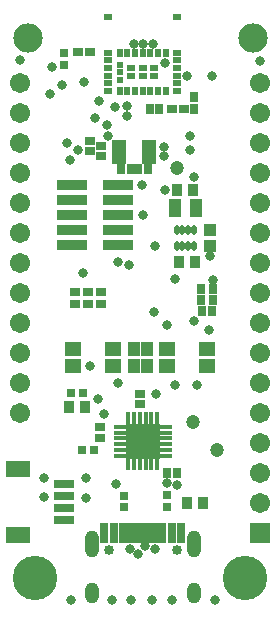
<source format=gbr>
%TF.GenerationSoftware,Altium Limited,Altium Designer,20.0.10 (225)*%
G04 Layer_Color=8388736*
%FSLAX26Y26*%
%MOIN*%
%TF.FileFunction,Soldermask,Top*%
%TF.Part,Single*%
G01*
G75*
%TA.AperFunction,SMDPad,CuDef*%
%ADD10R,0.030000X0.032000*%
%TA.AperFunction,ComponentPad*%
%ADD53O,0.047370X0.070992*%
%ADD54O,0.047370X0.090677*%
%ADD55C,0.033591*%
%ADD56C,0.098000*%
%ADD57C,0.148000*%
%ADD58R,0.067370X0.067370*%
%ADD59C,0.067370*%
%TA.AperFunction,ViaPad*%
%ADD60C,0.031622*%
%TA.AperFunction,SMDPad,CuDef*%
%ADD67R,0.038000X0.040000*%
%ADD68R,0.031622X0.029654*%
%ADD69R,0.031622X0.027685*%
%ADD70C,0.047370*%
%ADD71R,0.037528X0.039496*%
%ADD72R,0.039496X0.047370*%
%ADD73R,0.027685X0.031622*%
%ADD74R,0.033591X0.027685*%
%ADD75R,0.035559X0.027685*%
%ADD76R,0.029654X0.031622*%
%ADD77R,0.041465X0.063118*%
%ADD78R,0.027685X0.033591*%
%TA.AperFunction,ConnectorPad*%
%ADD79R,0.031622X0.065087*%
%ADD80R,0.019811X0.065087*%
%TA.AperFunction,SMDPad,CuDef*%
G04:AMPARAMS|DCode=81|XSize=31.622mil|YSize=17.843mil|CornerRadius=5.968mil|HoleSize=0mil|Usage=FLASHONLY|Rotation=90.000|XOffset=0mil|YOffset=0mil|HoleType=Round|Shape=RoundedRectangle|*
%AMROUNDEDRECTD81*
21,1,0.031622,0.005906,0,0,90.0*
21,1,0.019685,0.017843,0,0,90.0*
1,1,0.011937,0.002953,0.009842*
1,1,0.011937,0.002953,-0.009842*
1,1,0.011937,-0.002953,-0.009842*
1,1,0.011937,-0.002953,0.009842*
%
%ADD81ROUNDEDRECTD81*%
%ADD82R,0.043433X0.039496*%
%ADD83R,0.032000X0.030000*%
%ADD84R,0.018236X0.039890*%
%ADD85R,0.039890X0.018236*%
%ADD86R,0.113512X0.113512*%
%TA.AperFunction,ConnectorPad*%
%ADD87R,0.031622X0.019811*%
%TA.AperFunction,SMDPad,CuDef*%
%ADD88R,0.019811X0.019811*%
%TA.AperFunction,ConnectorPad*%
%ADD89R,0.019811X0.031622*%
%TA.AperFunction,SMDPad,CuDef*%
%ADD90R,0.053276X0.049339*%
%ADD91R,0.047370X0.078866*%
%ADD92R,0.027685X0.035559*%
%ADD93R,0.078866X0.055244*%
%ADD94R,0.069024X0.031622*%
%ADD95R,0.102488X0.037921*%
G36*
X608117Y694334D02*
Y808630D01*
X722413D01*
Y694334D01*
X608117D01*
D02*
G37*
D10*
X778705Y645173D02*
D03*
X745705D02*
D03*
X721224Y1860236D02*
D03*
X688224D02*
D03*
X896418Y1187181D02*
D03*
X863418D02*
D03*
X592662Y1658071D02*
D03*
X625662D02*
D03*
X648855D02*
D03*
X681855D02*
D03*
D53*
X835827Y246063D02*
D03*
X495669D02*
D03*
D54*
X835827Y410630D02*
D03*
X495669D02*
D03*
D55*
X779528Y389764D02*
D03*
X551968D02*
D03*
D56*
X1031756Y2095173D02*
D03*
X281756D02*
D03*
D57*
X306756Y295173D02*
D03*
X1006756D02*
D03*
D58*
X1056756Y445173D02*
D03*
D59*
Y545173D02*
D03*
Y645173D02*
D03*
Y745173D02*
D03*
Y845173D02*
D03*
Y945173D02*
D03*
Y1045173D02*
D03*
Y1145173D02*
D03*
Y1245173D02*
D03*
Y1345173D02*
D03*
Y1445173D02*
D03*
Y1545173D02*
D03*
Y1645173D02*
D03*
Y1745173D02*
D03*
Y1845173D02*
D03*
Y1945173D02*
D03*
X256756Y845173D02*
D03*
Y945173D02*
D03*
Y1045173D02*
D03*
Y1145173D02*
D03*
Y1245173D02*
D03*
Y1345173D02*
D03*
Y1445173D02*
D03*
Y1545173D02*
D03*
Y1645173D02*
D03*
Y1745173D02*
D03*
Y1845173D02*
D03*
Y1945173D02*
D03*
D60*
X649464Y375841D02*
D03*
X468491Y1948509D02*
D03*
X356496Y1908080D02*
D03*
X396851Y1937930D02*
D03*
X635000Y2077000D02*
D03*
X698408Y2077043D02*
D03*
X740705Y2011811D02*
D03*
X549987Y1768987D02*
D03*
X545685Y1807105D02*
D03*
X612953Y1869094D02*
D03*
X612952Y1835266D02*
D03*
X505899Y1828656D02*
D03*
X518701Y1886811D02*
D03*
X412599Y1745465D02*
D03*
X665355Y2076581D02*
D03*
X706504Y391961D02*
D03*
X621751Y393382D02*
D03*
X673000Y404000D02*
D03*
X516217Y891994D02*
D03*
X448819Y1724409D02*
D03*
X574207Y1864925D02*
D03*
X821662Y1724409D02*
D03*
X466541Y1313858D02*
D03*
X906056Y222737D02*
D03*
X427355Y221318D02*
D03*
X763442Y222737D02*
D03*
X697264D02*
D03*
X627058D02*
D03*
X563717D02*
D03*
X709832Y909216D02*
D03*
X488437Y1003940D02*
D03*
X703035Y1181259D02*
D03*
X914367Y722009D02*
D03*
X474877Y563201D02*
D03*
X475180Y627974D02*
D03*
X574803Y610587D02*
D03*
X781308Y605381D02*
D03*
X846890Y939967D02*
D03*
X773619D02*
D03*
X745705Y1140862D02*
D03*
X887893Y1121505D02*
D03*
X619729Y1338214D02*
D03*
X705168Y1404321D02*
D03*
X582677Y945173D02*
D03*
X534839Y844075D02*
D03*
X362598Y2000000D02*
D03*
X684451Y776971D02*
D03*
X637795D02*
D03*
X745811Y613838D02*
D03*
X582677Y1350173D02*
D03*
X665204Y1507429D02*
D03*
X740705Y1591088D02*
D03*
X837902Y1153662D02*
D03*
X899588Y1288846D02*
D03*
X337520Y565886D02*
D03*
Y629823D02*
D03*
X664134Y1606299D02*
D03*
X735792Y1701929D02*
D03*
X772329Y1291585D02*
D03*
X888977Y1369710D02*
D03*
X837902Y1631299D02*
D03*
X735792Y1732760D02*
D03*
X256756Y2021654D02*
D03*
X1056756Y2019685D02*
D03*
X895420Y1970473D02*
D03*
X821662Y1768618D02*
D03*
X422244Y1689961D02*
D03*
X812992Y1970473D02*
D03*
D67*
X419547Y866913D02*
D03*
X474547D02*
D03*
D68*
X427362Y914253D02*
D03*
X466732D02*
D03*
D69*
X464378Y722016D02*
D03*
X503748D02*
D03*
D70*
X834457Y815638D02*
D03*
X914367Y722009D02*
D03*
X778354Y1662596D02*
D03*
D71*
X865953Y545173D02*
D03*
X812804D02*
D03*
X834457Y1591088D02*
D03*
X781308D02*
D03*
X785245Y1350025D02*
D03*
X838394D02*
D03*
D72*
X635075Y1001968D02*
D03*
X678382D02*
D03*
X635075Y1061024D02*
D03*
X678382D02*
D03*
D73*
X401575Y2047244D02*
D03*
Y2007874D02*
D03*
D74*
X488284Y2049212D02*
D03*
X450882D02*
D03*
X802165Y1860236D02*
D03*
X764764D02*
D03*
D75*
X523622Y761386D02*
D03*
Y800756D02*
D03*
X440158Y1210803D02*
D03*
Y1250173D02*
D03*
X484063Y1210803D02*
D03*
Y1250173D02*
D03*
X527968Y1210803D02*
D03*
Y1250173D02*
D03*
D76*
X748028Y533465D02*
D03*
Y572835D02*
D03*
X602126Y531516D02*
D03*
Y570886D02*
D03*
D77*
X842331Y1530559D02*
D03*
X773433D02*
D03*
D78*
X836614Y1898622D02*
D03*
Y1861220D02*
D03*
D79*
X793701Y446654D02*
D03*
X762205D02*
D03*
X569291D02*
D03*
X537795D02*
D03*
D80*
X655905D02*
D03*
X636221D02*
D03*
X616535D02*
D03*
X596850D02*
D03*
X734646D02*
D03*
X714961D02*
D03*
X695276D02*
D03*
X675591D02*
D03*
D81*
X778354Y1455501D02*
D03*
X798040D02*
D03*
X817724D02*
D03*
X837410D02*
D03*
Y1404321D02*
D03*
X817724D02*
D03*
X798040D02*
D03*
X778354D02*
D03*
D82*
X888981Y1455501D02*
D03*
Y1404320D02*
D03*
D83*
X655905Y909216D02*
D03*
Y876216D02*
D03*
X488736Y1753544D02*
D03*
Y1720544D02*
D03*
X527559Y1703775D02*
D03*
Y1736775D02*
D03*
D84*
X615991Y674575D02*
D03*
X635676D02*
D03*
X655361D02*
D03*
X675046D02*
D03*
X694731D02*
D03*
X714416D02*
D03*
Y828512D02*
D03*
X694731D02*
D03*
X675046D02*
D03*
X655361D02*
D03*
X635676D02*
D03*
X615991D02*
D03*
D85*
X742172Y702331D02*
D03*
Y722016D02*
D03*
Y741701D02*
D03*
Y761386D02*
D03*
Y781071D02*
D03*
Y800756D02*
D03*
X588235D02*
D03*
Y781071D02*
D03*
Y761386D02*
D03*
Y741701D02*
D03*
Y722016D02*
D03*
Y702331D02*
D03*
D86*
X665204Y751543D02*
D03*
D87*
X704725Y1970473D02*
D03*
X665355D02*
D03*
X625984D02*
D03*
X704725Y1996063D02*
D03*
X665355D02*
D03*
X625984D02*
D03*
X779528Y1919291D02*
D03*
Y1944882D02*
D03*
Y1970473D02*
D03*
Y1996063D02*
D03*
Y2021654D02*
D03*
X551181Y1919291D02*
D03*
Y1944882D02*
D03*
Y1970473D02*
D03*
Y1996063D02*
D03*
Y2021654D02*
D03*
X779528Y2047244D02*
D03*
Y2165354D02*
D03*
X551181Y2047244D02*
D03*
Y2165354D02*
D03*
D88*
X588583Y2007874D02*
D03*
Y1982284D02*
D03*
Y1956693D02*
D03*
D89*
X742126Y1920276D02*
D03*
X716536D02*
D03*
X690945D02*
D03*
X665355D02*
D03*
X639764D02*
D03*
X614173D02*
D03*
X588583D02*
D03*
X742126Y2047244D02*
D03*
X716536D02*
D03*
X690945D02*
D03*
X665355D02*
D03*
X639764D02*
D03*
X614173D02*
D03*
X588583D02*
D03*
D90*
X879918Y1061024D02*
D03*
Y1003940D02*
D03*
X748031Y1061024D02*
D03*
X748028Y1003937D02*
D03*
X433068D02*
D03*
X433071Y1061024D02*
D03*
X564957Y1003940D02*
D03*
Y1061024D02*
D03*
D91*
X686207Y1715390D02*
D03*
X587782D02*
D03*
D92*
X899603Y1222614D02*
D03*
X860233D02*
D03*
X860233Y1258047D02*
D03*
X899603D02*
D03*
D93*
X251197Y439882D02*
D03*
Y660354D02*
D03*
D94*
X403756Y609173D02*
D03*
Y569803D02*
D03*
Y530433D02*
D03*
Y491063D02*
D03*
D95*
X582677Y1606299D02*
D03*
Y1556299D02*
D03*
Y1506299D02*
D03*
Y1456299D02*
D03*
Y1406299D02*
D03*
X429134Y1606299D02*
D03*
Y1556299D02*
D03*
Y1506299D02*
D03*
Y1456299D02*
D03*
Y1406299D02*
D03*
%TF.MD5,ed08c9026f05e447e6fa27fce84a069e*%
M02*

</source>
